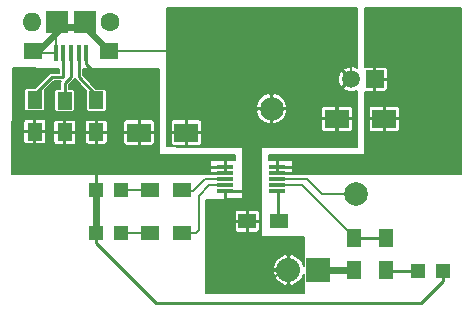
<source format=gtl>
G04 #@! TF.FileFunction,Copper,L1,Top,Signal*
%FSLAX46Y46*%
G04 Gerber Fmt 4.6, Leading zero omitted, Abs format (unit mm)*
G04 Created by KiCad (PCBNEW 0.201503261001+5536~22~ubuntu14.04.1-product) date Mon 30 Mar 2015 17:35:05 CEST*
%MOMM*%
G01*
G04 APERTURE LIST*
%ADD10C,0.100000*%
%ADD11R,2.000000X1.600000*%
%ADD12R,1.198880X1.198880*%
%ADD13R,2.032000X2.032000*%
%ADD14O,2.032000X2.032000*%
%ADD15R,1.500000X1.300000*%
%ADD16R,1.300000X1.500000*%
%ADD17R,1.400000X0.300000*%
%ADD18R,1.500000X1.500000*%
%ADD19C,1.500000*%
%ADD20R,0.400000X1.350000*%
%ADD21R,1.600000X1.400000*%
%ADD22R,1.900000X1.900000*%
%ADD23C,1.600000*%
%ADD24O,1.600000X1.600000*%
%ADD25C,1.998980*%
%ADD26C,0.685800*%
%ADD27C,0.152400*%
%ADD28C,0.254000*%
%ADD29C,0.609600*%
G04 APERTURE END LIST*
D10*
D11*
X98203000Y-69850000D03*
X102203000Y-69850000D03*
X118954300Y-68681600D03*
X114954300Y-68681600D03*
D12*
X123941840Y-81534000D03*
X121843800Y-81534000D03*
X94581980Y-78359000D03*
X96680020Y-78359000D03*
X94581980Y-74676000D03*
X96680020Y-74676000D03*
D13*
X113385600Y-81483200D03*
D14*
X110845600Y-81483200D03*
D15*
X99107000Y-74676000D03*
X101807000Y-74676000D03*
X101807000Y-78359000D03*
X99107000Y-78359000D03*
D16*
X119075200Y-81461600D03*
X119075200Y-78761600D03*
X116382800Y-81461600D03*
X116382800Y-78761600D03*
D15*
X107362000Y-77343000D03*
X110062000Y-77343000D03*
D16*
X89357200Y-67064900D03*
X89357200Y-69764900D03*
X91897200Y-67128400D03*
X91897200Y-69828400D03*
X94589600Y-67115700D03*
X94589600Y-69815700D03*
D17*
X105496000Y-72787000D03*
X105496000Y-73287000D03*
X105496000Y-73787000D03*
X105496000Y-74287000D03*
X105496000Y-74787000D03*
X109896000Y-74787000D03*
X109896000Y-74287000D03*
X109896000Y-73787000D03*
X109896000Y-73287000D03*
X109896000Y-72787000D03*
D18*
X118154200Y-65328800D03*
D19*
X116154200Y-65328800D03*
D20*
X93730600Y-63140100D03*
X91780600Y-63140100D03*
X92430600Y-63140100D03*
X93080600Y-63140100D03*
X91130600Y-63140100D03*
D21*
X95630600Y-62940100D03*
X89230600Y-62940100D03*
D22*
X93630600Y-60490100D03*
X91230600Y-60490100D03*
D23*
X95730600Y-60490100D03*
D24*
X89130600Y-60490100D03*
D25*
X109412498Y-67819998D03*
X116596702Y-75004202D03*
D26*
X112141000Y-64770000D03*
X112141000Y-62738000D03*
X112141000Y-60452000D03*
X103886000Y-67310000D03*
X103886000Y-64770000D03*
X103886000Y-62738000D03*
X112395000Y-67310000D03*
X112268000Y-69723000D03*
X110363000Y-69723000D03*
X104521000Y-69723000D03*
X106553000Y-69723000D03*
X106553000Y-67310000D03*
X101092000Y-67437000D03*
X101092000Y-64770000D03*
X106553000Y-64770000D03*
X109601000Y-64770000D03*
X114173000Y-64770000D03*
X114173000Y-62738000D03*
X109601000Y-62738000D03*
X106553000Y-62738000D03*
X101092000Y-62738000D03*
X101092000Y-60452000D03*
X106553000Y-60452000D03*
X109601000Y-60452000D03*
X114173000Y-60452000D03*
X116205000Y-60452000D03*
X116205000Y-62738000D03*
X111379000Y-79375000D03*
X108839000Y-82931000D03*
X104648000Y-82931000D03*
X104648000Y-81153000D03*
X108839000Y-81153000D03*
X108839000Y-79375000D03*
X106680000Y-79375000D03*
X104648000Y-79375000D03*
X104648000Y-77343000D03*
X105537000Y-76200000D03*
X106680000Y-82931000D03*
X107823000Y-70739000D03*
X107823000Y-72644000D03*
X107823000Y-74803000D03*
X103886000Y-60452000D03*
X114173000Y-70612000D03*
X106680000Y-81153000D03*
X88265000Y-65278000D03*
X97663000Y-65024000D03*
X99187000Y-65024000D03*
X99187000Y-66421000D03*
X97663000Y-66421000D03*
X97663000Y-67691000D03*
X99187000Y-67818000D03*
X94869000Y-65024000D03*
X96266000Y-65024000D03*
X96266000Y-66421000D03*
X96266000Y-67691000D03*
X96266000Y-69850000D03*
X96139000Y-70993000D03*
X99695000Y-72517000D03*
X101473000Y-72517000D03*
X103124000Y-72517000D03*
X89154000Y-72517000D03*
X97663000Y-72517000D03*
X96266000Y-72517000D03*
X94869000Y-72517000D03*
X93345000Y-72517000D03*
X91948000Y-72517000D03*
X90551000Y-72517000D03*
X88011000Y-71882000D03*
X124587000Y-71628000D03*
X122428000Y-71628000D03*
X120142000Y-71628000D03*
X118110000Y-71628000D03*
X116205000Y-72644000D03*
X114173000Y-72644000D03*
X112522000Y-72644000D03*
X124587000Y-69723000D03*
X122428000Y-69723000D03*
X122428000Y-67310000D03*
X124587000Y-67310000D03*
X124587000Y-64770000D03*
X122428000Y-64770000D03*
X120142000Y-64770000D03*
X120142000Y-62738000D03*
X122428000Y-62738000D03*
X124587000Y-62738000D03*
X124587000Y-60452000D03*
X122428000Y-60452000D03*
X120142000Y-60452000D03*
X118110000Y-60452000D03*
X118110000Y-62738000D03*
X119126000Y-72898000D03*
X121285000Y-72898000D03*
X123571000Y-73025000D03*
D27*
X112141000Y-60452000D02*
X112141000Y-60325000D01*
X110363000Y-69723000D02*
X112268000Y-69723000D01*
X116154200Y-65328800D02*
X116154200Y-62788800D01*
X106553000Y-67310000D02*
X106553000Y-69723000D01*
X101092000Y-64770000D02*
X101092000Y-67437000D01*
X109601000Y-64770000D02*
X106553000Y-64770000D01*
X114173000Y-62738000D02*
X114173000Y-64770000D01*
X106553000Y-62738000D02*
X109601000Y-62738000D01*
X101092000Y-61722000D02*
X101092000Y-62738000D01*
X101092000Y-60452000D02*
X101092000Y-61722000D01*
X109601000Y-60452000D02*
X106553000Y-60452000D01*
X116078000Y-60325000D02*
X114173000Y-60452000D01*
X116205000Y-60452000D02*
X116078000Y-60325000D01*
X116154200Y-62788800D02*
X116205000Y-62738000D01*
X95630600Y-62940100D02*
X102818100Y-62940100D01*
D28*
X105496000Y-74787000D02*
X107349800Y-74787000D01*
X107349800Y-74787000D02*
X107378500Y-74815700D01*
X105496000Y-74787000D02*
X105496000Y-75955800D01*
X105496000Y-75955800D02*
X105549700Y-76009500D01*
D29*
X89634200Y-62940100D02*
X89230600Y-62940100D01*
X91122500Y-61451800D02*
X89634200Y-62940100D01*
X91657400Y-60916900D02*
X91122500Y-61451800D01*
X93630600Y-60916900D02*
X91657400Y-60916900D01*
X95642200Y-62928500D02*
X93630600Y-60916900D01*
D27*
X91122500Y-61709300D02*
X91122500Y-61451800D01*
X91122500Y-61451800D02*
X91122500Y-61709300D01*
X91130600Y-61443700D02*
X91122500Y-61451800D01*
X91130600Y-63140100D02*
X91130600Y-61443700D01*
X89430600Y-63140100D02*
X89230600Y-62940100D01*
X91130600Y-63140100D02*
X89430600Y-63140100D01*
X110845600Y-81483200D02*
X110286800Y-81483200D01*
X108839000Y-82931000D02*
X110286800Y-81483200D01*
X104648000Y-82931000D02*
X104521000Y-82804000D01*
X104521000Y-82804000D02*
X104648000Y-81153000D01*
X108839000Y-81153000D02*
X108839000Y-79375000D01*
X104648000Y-79375000D02*
X104648000Y-77343000D01*
X108839000Y-79375000D02*
X106680000Y-79375000D01*
X106807000Y-69723000D02*
X107823000Y-70739000D01*
X107823000Y-72644000D02*
X107823000Y-74803000D01*
X106553000Y-69723000D02*
X106807000Y-69723000D01*
X113284000Y-69723000D02*
X114173000Y-70612000D01*
X112268000Y-69723000D02*
X113284000Y-69723000D01*
X119147600Y-81534000D02*
X119075200Y-81461600D01*
D28*
X121843800Y-81534000D02*
X119147600Y-81534000D01*
D27*
X96680020Y-78359000D02*
X99107000Y-78359000D01*
X96680020Y-74676000D02*
X99107000Y-74676000D01*
D29*
X116361200Y-81483200D02*
X116382800Y-81461600D01*
X113385600Y-81483200D02*
X116361200Y-81483200D01*
D27*
X102743000Y-74803000D02*
X103759000Y-73787000D01*
X103759000Y-73787000D02*
X105496000Y-73787000D01*
X101807000Y-74676000D02*
X102743000Y-74803000D01*
X101807000Y-78359000D02*
X101981000Y-78359000D01*
X102997000Y-78359000D02*
X103251000Y-78105000D01*
X103251000Y-78105000D02*
X103251000Y-75184000D01*
X103251000Y-75184000D02*
X104148000Y-74287000D01*
X104148000Y-74287000D02*
X105496000Y-74287000D01*
X101807000Y-78359000D02*
X102997000Y-78359000D01*
D28*
X119075200Y-78761600D02*
X116382800Y-78761600D01*
D27*
X110748400Y-74287000D02*
X109896000Y-74287000D01*
X112008200Y-74287000D02*
X110748400Y-74287000D01*
X116382800Y-78661600D02*
X112008200Y-74287000D01*
X116382800Y-78761600D02*
X116382800Y-78661600D01*
D28*
X109956600Y-77110600D02*
X109956600Y-74847600D01*
X109956600Y-74847600D02*
X109896000Y-74787000D01*
D27*
X88011000Y-65278000D02*
X88265000Y-65278000D01*
X88011000Y-71882000D02*
X88011000Y-65278000D01*
X99187000Y-65024000D02*
X99187000Y-66421000D01*
X97663000Y-66421000D02*
X97663000Y-67691000D01*
X96266000Y-65024000D02*
X97663000Y-65024000D01*
X96266000Y-65024000D02*
X94869000Y-65024000D01*
X96266000Y-67691000D02*
X96266000Y-66421000D01*
X96266000Y-70866000D02*
X96266000Y-69850000D01*
X96139000Y-70993000D02*
X96266000Y-70866000D01*
D28*
X104029000Y-72787000D02*
X104013000Y-72771000D01*
X105496000Y-72787000D02*
X104029000Y-72787000D01*
X103894000Y-73287000D02*
X103886000Y-73279000D01*
X105496000Y-73287000D02*
X103894000Y-73287000D01*
X105496000Y-72050000D02*
X105537000Y-72009000D01*
X105496000Y-73287000D02*
X105496000Y-72050000D01*
D29*
X94488000Y-74582020D02*
X94581980Y-74676000D01*
X94581980Y-78359000D02*
X94581980Y-74676000D01*
D28*
X99646740Y-84277200D02*
X94581980Y-79212440D01*
X122052080Y-84277200D02*
X99646740Y-84277200D01*
X94581980Y-79212440D02*
X94581980Y-78359000D01*
X123941840Y-82387440D02*
X122052080Y-84277200D01*
X123941840Y-81534000D02*
X123941840Y-82387440D01*
X93730600Y-64069100D02*
X94234000Y-64572500D01*
X93730600Y-63140100D02*
X93730600Y-64069100D01*
X94581980Y-74676000D02*
X94581980Y-72814180D01*
D27*
X99695000Y-72517000D02*
X101473000Y-72517000D01*
X89357200Y-69764900D02*
X89230200Y-72440800D01*
X89230200Y-72440800D02*
X89154000Y-72517000D01*
X96266000Y-72517000D02*
X97663000Y-72517000D01*
X93472000Y-72390000D02*
X94869000Y-72517000D01*
X93345000Y-72517000D02*
X93472000Y-72390000D01*
X90551000Y-72517000D02*
X91948000Y-72517000D01*
D28*
X109896000Y-73287000D02*
X111612300Y-73287000D01*
X111612300Y-73287000D02*
X111645700Y-73253600D01*
X109896000Y-72787000D02*
X111617000Y-72787000D01*
X111617000Y-72787000D02*
X111645700Y-72758300D01*
X109896000Y-73287000D02*
X109896000Y-72787000D01*
X109896000Y-72787000D02*
X109905800Y-72777200D01*
X109905800Y-72777200D02*
X109905800Y-72059800D01*
D27*
X124587000Y-71628000D02*
X122428000Y-71628000D01*
X120142000Y-71628000D02*
X118110000Y-71628000D01*
X116205000Y-72644000D02*
X114173000Y-72644000D01*
X118154200Y-65328800D02*
X118154200Y-62782200D01*
X122428000Y-69723000D02*
X124587000Y-69723000D01*
X124587000Y-67310000D02*
X122428000Y-67310000D01*
X122428000Y-64770000D02*
X124587000Y-64770000D01*
X120142000Y-62738000D02*
X120142000Y-64770000D01*
X124587000Y-62738000D02*
X122428000Y-62738000D01*
X122428000Y-60452000D02*
X124587000Y-60452000D01*
X118110000Y-60452000D02*
X120142000Y-60452000D01*
X118154200Y-62782200D02*
X118110000Y-62738000D01*
X118110000Y-71882000D02*
X119126000Y-72898000D01*
X121285000Y-72898000D02*
X121412000Y-73025000D01*
X121412000Y-73025000D02*
X123571000Y-73025000D01*
X118110000Y-71628000D02*
X118110000Y-71882000D01*
X116596702Y-75004202D02*
X113663002Y-75004202D01*
X112445800Y-73787000D02*
X109896000Y-73787000D01*
X113663002Y-75004202D02*
X112445800Y-73787000D01*
D28*
X91780600Y-65102500D02*
X91780600Y-63140100D01*
X91757500Y-65125600D02*
X91780600Y-65102500D01*
X90817700Y-65125600D02*
X91757500Y-65125600D01*
X89357200Y-66586100D02*
X90817700Y-65125600D01*
X89357200Y-67064900D02*
X89357200Y-66586100D01*
X91897200Y-65646300D02*
X92430600Y-65112900D01*
X92430600Y-65112900D02*
X92430600Y-63140100D01*
X91897200Y-67128400D02*
X91897200Y-65646300D01*
X93080600Y-65140600D02*
X93080600Y-63140100D01*
X94589600Y-66649600D02*
X93080600Y-65140600D01*
X94589600Y-67115700D02*
X94589600Y-66649600D01*
D27*
G36*
X106349800Y-72186800D02*
X104190800Y-72186800D01*
X104190800Y-73329743D01*
X99533200Y-73326241D01*
X99533200Y-70715681D01*
X99533200Y-70584319D01*
X99533200Y-69983350D01*
X99533200Y-69716650D01*
X99533200Y-69115681D01*
X99533200Y-68984319D01*
X99482930Y-68862957D01*
X99390043Y-68770070D01*
X99268681Y-68719800D01*
X98336350Y-68719800D01*
X98253800Y-68802350D01*
X98253800Y-69799200D01*
X99450650Y-69799200D01*
X99533200Y-69716650D01*
X99533200Y-69983350D01*
X99450650Y-69900800D01*
X98253800Y-69900800D01*
X98253800Y-70897650D01*
X98336350Y-70980200D01*
X99268681Y-70980200D01*
X99390043Y-70929930D01*
X99482930Y-70837043D01*
X99533200Y-70715681D01*
X99533200Y-73326241D01*
X98152200Y-73325202D01*
X98152200Y-70897650D01*
X98152200Y-69900800D01*
X98152200Y-69799200D01*
X98152200Y-68802350D01*
X98069650Y-68719800D01*
X97137319Y-68719800D01*
X97015957Y-68770070D01*
X96923070Y-68862957D01*
X96872800Y-68984319D01*
X96872800Y-69115681D01*
X96872800Y-69716650D01*
X96955350Y-69799200D01*
X98152200Y-69799200D01*
X98152200Y-69900800D01*
X96955350Y-69900800D01*
X96872800Y-69983350D01*
X96872800Y-70584319D01*
X96872800Y-70715681D01*
X96923070Y-70837043D01*
X97015957Y-70929930D01*
X97137319Y-70980200D01*
X98069650Y-70980200D01*
X98152200Y-70897650D01*
X98152200Y-73325202D01*
X95569800Y-73323261D01*
X95569800Y-70631381D01*
X95569800Y-69949050D01*
X95569800Y-69682350D01*
X95569800Y-69000019D01*
X95519530Y-68878657D01*
X95426643Y-68785770D01*
X95305281Y-68735500D01*
X95173919Y-68735500D01*
X94722950Y-68735500D01*
X94640400Y-68818050D01*
X94640400Y-69764900D01*
X95487250Y-69764900D01*
X95569800Y-69682350D01*
X95569800Y-69949050D01*
X95487250Y-69866500D01*
X94640400Y-69866500D01*
X94640400Y-70813350D01*
X94722950Y-70895900D01*
X95173919Y-70895900D01*
X95305281Y-70895900D01*
X95426643Y-70845630D01*
X95519530Y-70752743D01*
X95569800Y-70631381D01*
X95569800Y-73323261D01*
X94538800Y-73322485D01*
X94538800Y-70813350D01*
X94538800Y-69866500D01*
X94538800Y-69764900D01*
X94538800Y-68818050D01*
X94456250Y-68735500D01*
X94005281Y-68735500D01*
X93873919Y-68735500D01*
X93752557Y-68785770D01*
X93659670Y-68878657D01*
X93609400Y-69000019D01*
X93609400Y-69682350D01*
X93691950Y-69764900D01*
X94538800Y-69764900D01*
X94538800Y-69866500D01*
X93691950Y-69866500D01*
X93609400Y-69949050D01*
X93609400Y-70631381D01*
X93659670Y-70752743D01*
X93752557Y-70845630D01*
X93873919Y-70895900D01*
X94005281Y-70895900D01*
X94456250Y-70895900D01*
X94538800Y-70813350D01*
X94538800Y-73322485D01*
X92877400Y-73321236D01*
X92877400Y-70644081D01*
X92877400Y-69961750D01*
X92877400Y-69695050D01*
X92877400Y-69012719D01*
X92827130Y-68891357D01*
X92734243Y-68798470D01*
X92612881Y-68748200D01*
X92481519Y-68748200D01*
X92030550Y-68748200D01*
X91948000Y-68830750D01*
X91948000Y-69777600D01*
X92794850Y-69777600D01*
X92877400Y-69695050D01*
X92877400Y-69961750D01*
X92794850Y-69879200D01*
X91948000Y-69879200D01*
X91948000Y-70826050D01*
X92030550Y-70908600D01*
X92481519Y-70908600D01*
X92612881Y-70908600D01*
X92734243Y-70858330D01*
X92827130Y-70765443D01*
X92877400Y-70644081D01*
X92877400Y-73321236D01*
X91846400Y-73320461D01*
X91846400Y-70826050D01*
X91846400Y-69879200D01*
X91846400Y-69777600D01*
X91846400Y-68830750D01*
X91763850Y-68748200D01*
X91312881Y-68748200D01*
X91181519Y-68748200D01*
X91060157Y-68798470D01*
X90967270Y-68891357D01*
X90917000Y-69012719D01*
X90917000Y-69695050D01*
X90999550Y-69777600D01*
X91846400Y-69777600D01*
X91846400Y-69879200D01*
X90999550Y-69879200D01*
X90917000Y-69961750D01*
X90917000Y-70644081D01*
X90967270Y-70765443D01*
X91060157Y-70858330D01*
X91181519Y-70908600D01*
X91312881Y-70908600D01*
X91763850Y-70908600D01*
X91846400Y-70826050D01*
X91846400Y-73320461D01*
X90337400Y-73319326D01*
X90337400Y-70580581D01*
X90337400Y-69898250D01*
X90337400Y-69631550D01*
X90337400Y-68949219D01*
X90287130Y-68827857D01*
X90194243Y-68734970D01*
X90072881Y-68684700D01*
X89941519Y-68684700D01*
X89490550Y-68684700D01*
X89408000Y-68767250D01*
X89408000Y-69714100D01*
X90254850Y-69714100D01*
X90337400Y-69631550D01*
X90337400Y-69898250D01*
X90254850Y-69815700D01*
X89408000Y-69815700D01*
X89408000Y-70762550D01*
X89490550Y-70845100D01*
X89941519Y-70845100D01*
X90072881Y-70845100D01*
X90194243Y-70794830D01*
X90287130Y-70701943D01*
X90337400Y-70580581D01*
X90337400Y-73319326D01*
X89306400Y-73318551D01*
X89306400Y-70762550D01*
X89306400Y-69815700D01*
X89306400Y-69714100D01*
X89306400Y-68767250D01*
X89223850Y-68684700D01*
X88772881Y-68684700D01*
X88641519Y-68684700D01*
X88520157Y-68734970D01*
X88427270Y-68827857D01*
X88377000Y-68949219D01*
X88377000Y-69631550D01*
X88459550Y-69714100D01*
X89306400Y-69714100D01*
X89306400Y-69815700D01*
X88459550Y-69815700D01*
X88377000Y-69898250D01*
X88377000Y-70580581D01*
X88427270Y-70701943D01*
X88520157Y-70794830D01*
X88641519Y-70845100D01*
X88772881Y-70845100D01*
X89223850Y-70845100D01*
X89306400Y-70762550D01*
X89306400Y-73318551D01*
X87452628Y-73317158D01*
X87502573Y-64414554D01*
X91425000Y-64422526D01*
X91425000Y-64770000D01*
X90817700Y-64770000D01*
X90681617Y-64797068D01*
X90566253Y-64874153D01*
X89358585Y-66081821D01*
X88707200Y-66081821D01*
X88620036Y-66098733D01*
X88543426Y-66149058D01*
X88492144Y-66225029D01*
X88474121Y-66314900D01*
X88474121Y-67814900D01*
X88491033Y-67902064D01*
X88541358Y-67978674D01*
X88617329Y-68029956D01*
X88707200Y-68047979D01*
X90007200Y-68047979D01*
X90094364Y-68031067D01*
X90170974Y-67980742D01*
X90222256Y-67904771D01*
X90240279Y-67814900D01*
X90240279Y-66314900D01*
X90223367Y-66227736D01*
X90221420Y-66224773D01*
X90964994Y-65481200D01*
X91588056Y-65481200D01*
X91568668Y-65510217D01*
X91541600Y-65646300D01*
X91541600Y-66145321D01*
X91247200Y-66145321D01*
X91160036Y-66162233D01*
X91083426Y-66212558D01*
X91032144Y-66288529D01*
X91014121Y-66378400D01*
X91014121Y-67878400D01*
X91031033Y-67965564D01*
X91081358Y-68042174D01*
X91157329Y-68093456D01*
X91247200Y-68111479D01*
X92547200Y-68111479D01*
X92634364Y-68094567D01*
X92710974Y-68044242D01*
X92762256Y-67968271D01*
X92780279Y-67878400D01*
X92780279Y-66378400D01*
X92763367Y-66291236D01*
X92713042Y-66214626D01*
X92637071Y-66163344D01*
X92547200Y-66145321D01*
X92252800Y-66145321D01*
X92252800Y-65793594D01*
X92682047Y-65364347D01*
X92682048Y-65364347D01*
X92749442Y-65263483D01*
X92752068Y-65276683D01*
X92829153Y-65392047D01*
X93722604Y-66285498D01*
X93706521Y-66365700D01*
X93706521Y-67865700D01*
X93723433Y-67952864D01*
X93773758Y-68029474D01*
X93849729Y-68080756D01*
X93939600Y-68098779D01*
X95239600Y-68098779D01*
X95326764Y-68081867D01*
X95403374Y-68031542D01*
X95454656Y-67955571D01*
X95472679Y-67865700D01*
X95472679Y-66365700D01*
X95455767Y-66278536D01*
X95405442Y-66201926D01*
X95329471Y-66150644D01*
X95239600Y-66132621D01*
X94575515Y-66132621D01*
X93436200Y-64993306D01*
X93436200Y-64426614D01*
X99847665Y-64439646D01*
X99873066Y-71704200D01*
X106349800Y-71704200D01*
X106349800Y-72186800D01*
X106349800Y-72186800D01*
G37*
X106349800Y-72186800D02*
X104190800Y-72186800D01*
X104190800Y-73329743D01*
X99533200Y-73326241D01*
X99533200Y-70715681D01*
X99533200Y-70584319D01*
X99533200Y-69983350D01*
X99533200Y-69716650D01*
X99533200Y-69115681D01*
X99533200Y-68984319D01*
X99482930Y-68862957D01*
X99390043Y-68770070D01*
X99268681Y-68719800D01*
X98336350Y-68719800D01*
X98253800Y-68802350D01*
X98253800Y-69799200D01*
X99450650Y-69799200D01*
X99533200Y-69716650D01*
X99533200Y-69983350D01*
X99450650Y-69900800D01*
X98253800Y-69900800D01*
X98253800Y-70897650D01*
X98336350Y-70980200D01*
X99268681Y-70980200D01*
X99390043Y-70929930D01*
X99482930Y-70837043D01*
X99533200Y-70715681D01*
X99533200Y-73326241D01*
X98152200Y-73325202D01*
X98152200Y-70897650D01*
X98152200Y-69900800D01*
X98152200Y-69799200D01*
X98152200Y-68802350D01*
X98069650Y-68719800D01*
X97137319Y-68719800D01*
X97015957Y-68770070D01*
X96923070Y-68862957D01*
X96872800Y-68984319D01*
X96872800Y-69115681D01*
X96872800Y-69716650D01*
X96955350Y-69799200D01*
X98152200Y-69799200D01*
X98152200Y-69900800D01*
X96955350Y-69900800D01*
X96872800Y-69983350D01*
X96872800Y-70584319D01*
X96872800Y-70715681D01*
X96923070Y-70837043D01*
X97015957Y-70929930D01*
X97137319Y-70980200D01*
X98069650Y-70980200D01*
X98152200Y-70897650D01*
X98152200Y-73325202D01*
X95569800Y-73323261D01*
X95569800Y-70631381D01*
X95569800Y-69949050D01*
X95569800Y-69682350D01*
X95569800Y-69000019D01*
X95519530Y-68878657D01*
X95426643Y-68785770D01*
X95305281Y-68735500D01*
X95173919Y-68735500D01*
X94722950Y-68735500D01*
X94640400Y-68818050D01*
X94640400Y-69764900D01*
X95487250Y-69764900D01*
X95569800Y-69682350D01*
X95569800Y-69949050D01*
X95487250Y-69866500D01*
X94640400Y-69866500D01*
X94640400Y-70813350D01*
X94722950Y-70895900D01*
X95173919Y-70895900D01*
X95305281Y-70895900D01*
X95426643Y-70845630D01*
X95519530Y-70752743D01*
X95569800Y-70631381D01*
X95569800Y-73323261D01*
X94538800Y-73322485D01*
X94538800Y-70813350D01*
X94538800Y-69866500D01*
X94538800Y-69764900D01*
X94538800Y-68818050D01*
X94456250Y-68735500D01*
X94005281Y-68735500D01*
X93873919Y-68735500D01*
X93752557Y-68785770D01*
X93659670Y-68878657D01*
X93609400Y-69000019D01*
X93609400Y-69682350D01*
X93691950Y-69764900D01*
X94538800Y-69764900D01*
X94538800Y-69866500D01*
X93691950Y-69866500D01*
X93609400Y-69949050D01*
X93609400Y-70631381D01*
X93659670Y-70752743D01*
X93752557Y-70845630D01*
X93873919Y-70895900D01*
X94005281Y-70895900D01*
X94456250Y-70895900D01*
X94538800Y-70813350D01*
X94538800Y-73322485D01*
X92877400Y-73321236D01*
X92877400Y-70644081D01*
X92877400Y-69961750D01*
X92877400Y-69695050D01*
X92877400Y-69012719D01*
X92827130Y-68891357D01*
X92734243Y-68798470D01*
X92612881Y-68748200D01*
X92481519Y-68748200D01*
X92030550Y-68748200D01*
X91948000Y-68830750D01*
X91948000Y-69777600D01*
X92794850Y-69777600D01*
X92877400Y-69695050D01*
X92877400Y-69961750D01*
X92794850Y-69879200D01*
X91948000Y-69879200D01*
X91948000Y-70826050D01*
X92030550Y-70908600D01*
X92481519Y-70908600D01*
X92612881Y-70908600D01*
X92734243Y-70858330D01*
X92827130Y-70765443D01*
X92877400Y-70644081D01*
X92877400Y-73321236D01*
X91846400Y-73320461D01*
X91846400Y-70826050D01*
X91846400Y-69879200D01*
X91846400Y-69777600D01*
X91846400Y-68830750D01*
X91763850Y-68748200D01*
X91312881Y-68748200D01*
X91181519Y-68748200D01*
X91060157Y-68798470D01*
X90967270Y-68891357D01*
X90917000Y-69012719D01*
X90917000Y-69695050D01*
X90999550Y-69777600D01*
X91846400Y-69777600D01*
X91846400Y-69879200D01*
X90999550Y-69879200D01*
X90917000Y-69961750D01*
X90917000Y-70644081D01*
X90967270Y-70765443D01*
X91060157Y-70858330D01*
X91181519Y-70908600D01*
X91312881Y-70908600D01*
X91763850Y-70908600D01*
X91846400Y-70826050D01*
X91846400Y-73320461D01*
X90337400Y-73319326D01*
X90337400Y-70580581D01*
X90337400Y-69898250D01*
X90337400Y-69631550D01*
X90337400Y-68949219D01*
X90287130Y-68827857D01*
X90194243Y-68734970D01*
X90072881Y-68684700D01*
X89941519Y-68684700D01*
X89490550Y-68684700D01*
X89408000Y-68767250D01*
X89408000Y-69714100D01*
X90254850Y-69714100D01*
X90337400Y-69631550D01*
X90337400Y-69898250D01*
X90254850Y-69815700D01*
X89408000Y-69815700D01*
X89408000Y-70762550D01*
X89490550Y-70845100D01*
X89941519Y-70845100D01*
X90072881Y-70845100D01*
X90194243Y-70794830D01*
X90287130Y-70701943D01*
X90337400Y-70580581D01*
X90337400Y-73319326D01*
X89306400Y-73318551D01*
X89306400Y-70762550D01*
X89306400Y-69815700D01*
X89306400Y-69714100D01*
X89306400Y-68767250D01*
X89223850Y-68684700D01*
X88772881Y-68684700D01*
X88641519Y-68684700D01*
X88520157Y-68734970D01*
X88427270Y-68827857D01*
X88377000Y-68949219D01*
X88377000Y-69631550D01*
X88459550Y-69714100D01*
X89306400Y-69714100D01*
X89306400Y-69815700D01*
X88459550Y-69815700D01*
X88377000Y-69898250D01*
X88377000Y-70580581D01*
X88427270Y-70701943D01*
X88520157Y-70794830D01*
X88641519Y-70845100D01*
X88772881Y-70845100D01*
X89223850Y-70845100D01*
X89306400Y-70762550D01*
X89306400Y-73318551D01*
X87452628Y-73317158D01*
X87502573Y-64414554D01*
X91425000Y-64422526D01*
X91425000Y-64770000D01*
X90817700Y-64770000D01*
X90681617Y-64797068D01*
X90566253Y-64874153D01*
X89358585Y-66081821D01*
X88707200Y-66081821D01*
X88620036Y-66098733D01*
X88543426Y-66149058D01*
X88492144Y-66225029D01*
X88474121Y-66314900D01*
X88474121Y-67814900D01*
X88491033Y-67902064D01*
X88541358Y-67978674D01*
X88617329Y-68029956D01*
X88707200Y-68047979D01*
X90007200Y-68047979D01*
X90094364Y-68031067D01*
X90170974Y-67980742D01*
X90222256Y-67904771D01*
X90240279Y-67814900D01*
X90240279Y-66314900D01*
X90223367Y-66227736D01*
X90221420Y-66224773D01*
X90964994Y-65481200D01*
X91588056Y-65481200D01*
X91568668Y-65510217D01*
X91541600Y-65646300D01*
X91541600Y-66145321D01*
X91247200Y-66145321D01*
X91160036Y-66162233D01*
X91083426Y-66212558D01*
X91032144Y-66288529D01*
X91014121Y-66378400D01*
X91014121Y-67878400D01*
X91031033Y-67965564D01*
X91081358Y-68042174D01*
X91157329Y-68093456D01*
X91247200Y-68111479D01*
X92547200Y-68111479D01*
X92634364Y-68094567D01*
X92710974Y-68044242D01*
X92762256Y-67968271D01*
X92780279Y-67878400D01*
X92780279Y-66378400D01*
X92763367Y-66291236D01*
X92713042Y-66214626D01*
X92637071Y-66163344D01*
X92547200Y-66145321D01*
X92252800Y-66145321D01*
X92252800Y-65793594D01*
X92682047Y-65364347D01*
X92682048Y-65364347D01*
X92749442Y-65263483D01*
X92752068Y-65276683D01*
X92829153Y-65392047D01*
X93722604Y-66285498D01*
X93706521Y-66365700D01*
X93706521Y-67865700D01*
X93723433Y-67952864D01*
X93773758Y-68029474D01*
X93849729Y-68080756D01*
X93939600Y-68098779D01*
X95239600Y-68098779D01*
X95326764Y-68081867D01*
X95403374Y-68031542D01*
X95454656Y-67955571D01*
X95472679Y-67865700D01*
X95472679Y-66365700D01*
X95455767Y-66278536D01*
X95405442Y-66201926D01*
X95329471Y-66150644D01*
X95239600Y-66132621D01*
X94575515Y-66132621D01*
X93436200Y-64993306D01*
X93436200Y-64426614D01*
X99847665Y-64439646D01*
X99873066Y-71704200D01*
X106349800Y-71704200D01*
X106349800Y-72186800D01*
G36*
X125451400Y-73380466D02*
X120284500Y-73375925D01*
X120284500Y-69547281D01*
X120284500Y-69415919D01*
X120284500Y-68814950D01*
X120284500Y-68548250D01*
X120284500Y-67947281D01*
X120284500Y-67815919D01*
X120234230Y-67694557D01*
X120141343Y-67601670D01*
X120019981Y-67551400D01*
X119234400Y-67551400D01*
X119234400Y-66144481D01*
X119234400Y-65462150D01*
X119234400Y-65195450D01*
X119234400Y-64513119D01*
X119184130Y-64391757D01*
X119091243Y-64298870D01*
X118969881Y-64248600D01*
X118838519Y-64248600D01*
X118287550Y-64248600D01*
X118205000Y-64331150D01*
X118205000Y-65278000D01*
X119151850Y-65278000D01*
X119234400Y-65195450D01*
X119234400Y-65462150D01*
X119151850Y-65379600D01*
X118205000Y-65379600D01*
X118205000Y-66326450D01*
X118287550Y-66409000D01*
X118838519Y-66409000D01*
X118969881Y-66409000D01*
X119091243Y-66358730D01*
X119184130Y-66265843D01*
X119234400Y-66144481D01*
X119234400Y-67551400D01*
X119087650Y-67551400D01*
X119005100Y-67633950D01*
X119005100Y-68630800D01*
X120201950Y-68630800D01*
X120284500Y-68548250D01*
X120284500Y-68814950D01*
X120201950Y-68732400D01*
X119005100Y-68732400D01*
X119005100Y-69729250D01*
X119087650Y-69811800D01*
X120019981Y-69811800D01*
X120141343Y-69761530D01*
X120234230Y-69668643D01*
X120284500Y-69547281D01*
X120284500Y-73375925D01*
X118903500Y-73374712D01*
X118903500Y-69729250D01*
X118903500Y-68732400D01*
X118903500Y-68630800D01*
X118903500Y-67633950D01*
X118820950Y-67551400D01*
X117888619Y-67551400D01*
X117767257Y-67601670D01*
X117674370Y-67694557D01*
X117624100Y-67815919D01*
X117624100Y-67947281D01*
X117624100Y-68548250D01*
X117706650Y-68630800D01*
X118903500Y-68630800D01*
X118903500Y-68732400D01*
X117706650Y-68732400D01*
X117624100Y-68814950D01*
X117624100Y-69415919D01*
X117624100Y-69547281D01*
X117674370Y-69668643D01*
X117767257Y-69761530D01*
X117888619Y-69811800D01*
X118820950Y-69811800D01*
X118903500Y-69729250D01*
X118903500Y-73374712D01*
X111226600Y-73367967D01*
X111226600Y-72184498D01*
X109194600Y-72186717D01*
X109194600Y-71704200D01*
X117296893Y-71704200D01*
X117318278Y-66400616D01*
X117338519Y-66409000D01*
X117469881Y-66409000D01*
X118020850Y-66409000D01*
X118103400Y-66326450D01*
X118103400Y-65379600D01*
X118083400Y-65379600D01*
X118083400Y-65278000D01*
X118103400Y-65278000D01*
X118103400Y-64331150D01*
X118020850Y-64248600D01*
X117469881Y-64248600D01*
X117338519Y-64248600D01*
X117326936Y-64253397D01*
X117346775Y-59333600D01*
X125451400Y-59333600D01*
X125451400Y-73380466D01*
X125451400Y-73380466D01*
G37*
X125451400Y-73380466D02*
X120284500Y-73375925D01*
X120284500Y-69547281D01*
X120284500Y-69415919D01*
X120284500Y-68814950D01*
X120284500Y-68548250D01*
X120284500Y-67947281D01*
X120284500Y-67815919D01*
X120234230Y-67694557D01*
X120141343Y-67601670D01*
X120019981Y-67551400D01*
X119234400Y-67551400D01*
X119234400Y-66144481D01*
X119234400Y-65462150D01*
X119234400Y-65195450D01*
X119234400Y-64513119D01*
X119184130Y-64391757D01*
X119091243Y-64298870D01*
X118969881Y-64248600D01*
X118838519Y-64248600D01*
X118287550Y-64248600D01*
X118205000Y-64331150D01*
X118205000Y-65278000D01*
X119151850Y-65278000D01*
X119234400Y-65195450D01*
X119234400Y-65462150D01*
X119151850Y-65379600D01*
X118205000Y-65379600D01*
X118205000Y-66326450D01*
X118287550Y-66409000D01*
X118838519Y-66409000D01*
X118969881Y-66409000D01*
X119091243Y-66358730D01*
X119184130Y-66265843D01*
X119234400Y-66144481D01*
X119234400Y-67551400D01*
X119087650Y-67551400D01*
X119005100Y-67633950D01*
X119005100Y-68630800D01*
X120201950Y-68630800D01*
X120284500Y-68548250D01*
X120284500Y-68814950D01*
X120201950Y-68732400D01*
X119005100Y-68732400D01*
X119005100Y-69729250D01*
X119087650Y-69811800D01*
X120019981Y-69811800D01*
X120141343Y-69761530D01*
X120234230Y-69668643D01*
X120284500Y-69547281D01*
X120284500Y-73375925D01*
X118903500Y-73374712D01*
X118903500Y-69729250D01*
X118903500Y-68732400D01*
X118903500Y-68630800D01*
X118903500Y-67633950D01*
X118820950Y-67551400D01*
X117888619Y-67551400D01*
X117767257Y-67601670D01*
X117674370Y-67694557D01*
X117624100Y-67815919D01*
X117624100Y-67947281D01*
X117624100Y-68548250D01*
X117706650Y-68630800D01*
X118903500Y-68630800D01*
X118903500Y-68732400D01*
X117706650Y-68732400D01*
X117624100Y-68814950D01*
X117624100Y-69415919D01*
X117624100Y-69547281D01*
X117674370Y-69668643D01*
X117767257Y-69761530D01*
X117888619Y-69811800D01*
X118820950Y-69811800D01*
X118903500Y-69729250D01*
X118903500Y-73374712D01*
X111226600Y-73367967D01*
X111226600Y-72184498D01*
X109194600Y-72186717D01*
X109194600Y-71704200D01*
X117296893Y-71704200D01*
X117318278Y-66400616D01*
X117338519Y-66409000D01*
X117469881Y-66409000D01*
X118020850Y-66409000D01*
X118103400Y-66326450D01*
X118103400Y-65379600D01*
X118083400Y-65379600D01*
X118083400Y-65278000D01*
X118103400Y-65278000D01*
X118103400Y-64331150D01*
X118020850Y-64248600D01*
X117469881Y-64248600D01*
X117338519Y-64248600D01*
X117326936Y-64253397D01*
X117346775Y-59333600D01*
X125451400Y-59333600D01*
X125451400Y-73380466D01*
G36*
X116636800Y-71031219D02*
X116284500Y-71031771D01*
X116284500Y-69547281D01*
X116284500Y-69415919D01*
X116284500Y-68814950D01*
X116284500Y-68548250D01*
X116284500Y-67947281D01*
X116284500Y-67815919D01*
X116234230Y-67694557D01*
X116141343Y-67601670D01*
X116019981Y-67551400D01*
X115087650Y-67551400D01*
X115005100Y-67633950D01*
X115005100Y-68630800D01*
X116201950Y-68630800D01*
X116284500Y-68548250D01*
X116284500Y-68814950D01*
X116201950Y-68732400D01*
X115005100Y-68732400D01*
X115005100Y-69729250D01*
X115087650Y-69811800D01*
X116019981Y-69811800D01*
X116141343Y-69761530D01*
X116234230Y-69668643D01*
X116284500Y-69547281D01*
X116284500Y-71031771D01*
X114903500Y-71033935D01*
X114903500Y-69729250D01*
X114903500Y-68732400D01*
X114903500Y-68630800D01*
X114903500Y-67633950D01*
X114820950Y-67551400D01*
X113888619Y-67551400D01*
X113767257Y-67601670D01*
X113674370Y-67694557D01*
X113624100Y-67815919D01*
X113624100Y-67947281D01*
X113624100Y-68548250D01*
X113706650Y-68630800D01*
X114903500Y-68630800D01*
X114903500Y-68732400D01*
X113706650Y-68732400D01*
X113624100Y-68814950D01*
X113624100Y-69415919D01*
X113624100Y-69547281D01*
X113674370Y-69668643D01*
X113767257Y-69761530D01*
X113888619Y-69811800D01*
X114820950Y-69811800D01*
X114903500Y-69729250D01*
X114903500Y-71033935D01*
X110742659Y-71040457D01*
X110742659Y-68082108D01*
X110742659Y-67557888D01*
X110541101Y-67068809D01*
X110167724Y-66694092D01*
X109679370Y-66490784D01*
X109674608Y-66489837D01*
X109463298Y-66547822D01*
X109463298Y-67769198D01*
X110684674Y-67769198D01*
X110742659Y-67557888D01*
X110742659Y-68082108D01*
X110684674Y-67870798D01*
X109463298Y-67870798D01*
X109463298Y-69092174D01*
X109674608Y-69150159D01*
X110163687Y-68948601D01*
X110538404Y-68575224D01*
X110741712Y-68086870D01*
X110742659Y-68082108D01*
X110742659Y-71040457D01*
X109361698Y-71042622D01*
X109361698Y-69092174D01*
X109361698Y-67870798D01*
X109361698Y-67769198D01*
X109361698Y-66547822D01*
X109150388Y-66489837D01*
X108661309Y-66691395D01*
X108286592Y-67064772D01*
X108083284Y-67553126D01*
X108082337Y-67557888D01*
X108140322Y-67769198D01*
X109361698Y-67769198D01*
X109361698Y-67870798D01*
X108140322Y-67870798D01*
X108082337Y-68082108D01*
X108283895Y-68571187D01*
X108657272Y-68945904D01*
X109145626Y-69149212D01*
X109150388Y-69150159D01*
X109361698Y-69092174D01*
X109361698Y-71042622D01*
X108534457Y-71043919D01*
X108508542Y-78714600D01*
X112141398Y-78714600D01*
X112150216Y-80398908D01*
X112136521Y-80467200D01*
X112136521Y-81150291D01*
X111966067Y-80736998D01*
X111595217Y-80365015D01*
X111110245Y-80163266D01*
X111106217Y-80162468D01*
X110896400Y-80220572D01*
X110896400Y-81432400D01*
X110916400Y-81432400D01*
X110916400Y-81534000D01*
X110896400Y-81534000D01*
X110896400Y-82745828D01*
X111106217Y-82803932D01*
X111110245Y-82803134D01*
X111595217Y-82601385D01*
X111966067Y-82229402D01*
X112136521Y-81816108D01*
X112136521Y-82499200D01*
X112153433Y-82586364D01*
X112161735Y-82599002D01*
X112166000Y-83413600D01*
X110794800Y-83413600D01*
X110794800Y-82745828D01*
X110794800Y-81534000D01*
X110794800Y-81432400D01*
X110794800Y-80220572D01*
X110584983Y-80162468D01*
X110580955Y-80163266D01*
X110095983Y-80365015D01*
X109725133Y-80736998D01*
X109524864Y-81222583D01*
X109582905Y-81432400D01*
X110794800Y-81432400D01*
X110794800Y-81534000D01*
X109582905Y-81534000D01*
X109524864Y-81743817D01*
X109725133Y-82229402D01*
X110095983Y-82601385D01*
X110580955Y-82803134D01*
X110584983Y-82803932D01*
X110794800Y-82745828D01*
X110794800Y-83413600D01*
X109778800Y-83413600D01*
X108442200Y-83413600D01*
X108442200Y-78058681D01*
X108442200Y-77927319D01*
X108442200Y-77476350D01*
X108442200Y-77209650D01*
X108442200Y-76758681D01*
X108442200Y-76627319D01*
X108391930Y-76505957D01*
X108299043Y-76413070D01*
X108177681Y-76362800D01*
X107495350Y-76362800D01*
X107412800Y-76445350D01*
X107412800Y-77292200D01*
X108359650Y-77292200D01*
X108442200Y-77209650D01*
X108442200Y-77476350D01*
X108359650Y-77393800D01*
X107412800Y-77393800D01*
X107412800Y-78240650D01*
X107495350Y-78323200D01*
X108177681Y-78323200D01*
X108299043Y-78272930D01*
X108391930Y-78180043D01*
X108442200Y-78058681D01*
X108442200Y-83413600D01*
X107950000Y-83413600D01*
X107311200Y-83413600D01*
X107311200Y-78240650D01*
X107311200Y-77393800D01*
X107311200Y-77292200D01*
X107311200Y-76445350D01*
X107228650Y-76362800D01*
X106546319Y-76362800D01*
X106424957Y-76413070D01*
X106332070Y-76505957D01*
X106281800Y-76627319D01*
X106281800Y-76758681D01*
X106281800Y-77209650D01*
X106364350Y-77292200D01*
X107311200Y-77292200D01*
X107311200Y-77393800D01*
X106364350Y-77393800D01*
X106281800Y-77476350D01*
X106281800Y-77927319D01*
X106281800Y-78058681D01*
X106332070Y-78180043D01*
X106424957Y-78272930D01*
X106546319Y-78323200D01*
X107228650Y-78323200D01*
X107311200Y-78240650D01*
X107311200Y-83413600D01*
X106019600Y-83413600D01*
X103835200Y-83413600D01*
X103835200Y-81686400D01*
X103835200Y-75513593D01*
X107010200Y-75488193D01*
X107010200Y-71043831D01*
X103533200Y-71030337D01*
X103533200Y-70715681D01*
X103533200Y-70584319D01*
X103533200Y-69983350D01*
X103533200Y-69716650D01*
X103533200Y-69115681D01*
X103533200Y-68984319D01*
X103482930Y-68862957D01*
X103390043Y-68770070D01*
X103268681Y-68719800D01*
X102336350Y-68719800D01*
X102253800Y-68802350D01*
X102253800Y-69799200D01*
X103450650Y-69799200D01*
X103533200Y-69716650D01*
X103533200Y-69983350D01*
X103450650Y-69900800D01*
X102253800Y-69900800D01*
X102253800Y-70897650D01*
X102336350Y-70980200D01*
X103268681Y-70980200D01*
X103390043Y-70929930D01*
X103482930Y-70837043D01*
X103533200Y-70715681D01*
X103533200Y-71030337D01*
X102152200Y-71024978D01*
X102152200Y-70897650D01*
X102152200Y-69900800D01*
X102152200Y-69799200D01*
X102152200Y-68802350D01*
X102069650Y-68719800D01*
X101137319Y-68719800D01*
X101015957Y-68770070D01*
X100923070Y-68862957D01*
X100872800Y-68984319D01*
X100872800Y-69115681D01*
X100872800Y-69716650D01*
X100955350Y-69799200D01*
X102152200Y-69799200D01*
X102152200Y-69900800D01*
X100955350Y-69900800D01*
X100872800Y-69983350D01*
X100872800Y-70584319D01*
X100872800Y-70715681D01*
X100923070Y-70837043D01*
X101015957Y-70929930D01*
X101137319Y-70980200D01*
X102069650Y-70980200D01*
X102152200Y-70897650D01*
X102152200Y-71024978D01*
X100533200Y-71018695D01*
X100533200Y-59333600D01*
X116636800Y-59333600D01*
X116636800Y-64358916D01*
X116361638Y-64247149D01*
X115931917Y-64250102D01*
X115548622Y-64408868D01*
X115470608Y-64573366D01*
X116154200Y-65256958D01*
X116168342Y-65242815D01*
X116240184Y-65314657D01*
X116226042Y-65328800D01*
X116240184Y-65342942D01*
X116168342Y-65414784D01*
X116154200Y-65400642D01*
X116082358Y-65472484D01*
X116082358Y-65328800D01*
X115398766Y-64645208D01*
X115234268Y-64723222D01*
X115072549Y-65121362D01*
X115075502Y-65551083D01*
X115234268Y-65934378D01*
X115398766Y-66012392D01*
X116082358Y-65328800D01*
X116082358Y-65472484D01*
X115470608Y-66084234D01*
X115548622Y-66248732D01*
X115946762Y-66410451D01*
X116376483Y-66407498D01*
X116636800Y-66299671D01*
X116636800Y-71031219D01*
X116636800Y-71031219D01*
G37*
X116636800Y-71031219D02*
X116284500Y-71031771D01*
X116284500Y-69547281D01*
X116284500Y-69415919D01*
X116284500Y-68814950D01*
X116284500Y-68548250D01*
X116284500Y-67947281D01*
X116284500Y-67815919D01*
X116234230Y-67694557D01*
X116141343Y-67601670D01*
X116019981Y-67551400D01*
X115087650Y-67551400D01*
X115005100Y-67633950D01*
X115005100Y-68630800D01*
X116201950Y-68630800D01*
X116284500Y-68548250D01*
X116284500Y-68814950D01*
X116201950Y-68732400D01*
X115005100Y-68732400D01*
X115005100Y-69729250D01*
X115087650Y-69811800D01*
X116019981Y-69811800D01*
X116141343Y-69761530D01*
X116234230Y-69668643D01*
X116284500Y-69547281D01*
X116284500Y-71031771D01*
X114903500Y-71033935D01*
X114903500Y-69729250D01*
X114903500Y-68732400D01*
X114903500Y-68630800D01*
X114903500Y-67633950D01*
X114820950Y-67551400D01*
X113888619Y-67551400D01*
X113767257Y-67601670D01*
X113674370Y-67694557D01*
X113624100Y-67815919D01*
X113624100Y-67947281D01*
X113624100Y-68548250D01*
X113706650Y-68630800D01*
X114903500Y-68630800D01*
X114903500Y-68732400D01*
X113706650Y-68732400D01*
X113624100Y-68814950D01*
X113624100Y-69415919D01*
X113624100Y-69547281D01*
X113674370Y-69668643D01*
X113767257Y-69761530D01*
X113888619Y-69811800D01*
X114820950Y-69811800D01*
X114903500Y-69729250D01*
X114903500Y-71033935D01*
X110742659Y-71040457D01*
X110742659Y-68082108D01*
X110742659Y-67557888D01*
X110541101Y-67068809D01*
X110167724Y-66694092D01*
X109679370Y-66490784D01*
X109674608Y-66489837D01*
X109463298Y-66547822D01*
X109463298Y-67769198D01*
X110684674Y-67769198D01*
X110742659Y-67557888D01*
X110742659Y-68082108D01*
X110684674Y-67870798D01*
X109463298Y-67870798D01*
X109463298Y-69092174D01*
X109674608Y-69150159D01*
X110163687Y-68948601D01*
X110538404Y-68575224D01*
X110741712Y-68086870D01*
X110742659Y-68082108D01*
X110742659Y-71040457D01*
X109361698Y-71042622D01*
X109361698Y-69092174D01*
X109361698Y-67870798D01*
X109361698Y-67769198D01*
X109361698Y-66547822D01*
X109150388Y-66489837D01*
X108661309Y-66691395D01*
X108286592Y-67064772D01*
X108083284Y-67553126D01*
X108082337Y-67557888D01*
X108140322Y-67769198D01*
X109361698Y-67769198D01*
X109361698Y-67870798D01*
X108140322Y-67870798D01*
X108082337Y-68082108D01*
X108283895Y-68571187D01*
X108657272Y-68945904D01*
X109145626Y-69149212D01*
X109150388Y-69150159D01*
X109361698Y-69092174D01*
X109361698Y-71042622D01*
X108534457Y-71043919D01*
X108508542Y-78714600D01*
X112141398Y-78714600D01*
X112150216Y-80398908D01*
X112136521Y-80467200D01*
X112136521Y-81150291D01*
X111966067Y-80736998D01*
X111595217Y-80365015D01*
X111110245Y-80163266D01*
X111106217Y-80162468D01*
X110896400Y-80220572D01*
X110896400Y-81432400D01*
X110916400Y-81432400D01*
X110916400Y-81534000D01*
X110896400Y-81534000D01*
X110896400Y-82745828D01*
X111106217Y-82803932D01*
X111110245Y-82803134D01*
X111595217Y-82601385D01*
X111966067Y-82229402D01*
X112136521Y-81816108D01*
X112136521Y-82499200D01*
X112153433Y-82586364D01*
X112161735Y-82599002D01*
X112166000Y-83413600D01*
X110794800Y-83413600D01*
X110794800Y-82745828D01*
X110794800Y-81534000D01*
X110794800Y-81432400D01*
X110794800Y-80220572D01*
X110584983Y-80162468D01*
X110580955Y-80163266D01*
X110095983Y-80365015D01*
X109725133Y-80736998D01*
X109524864Y-81222583D01*
X109582905Y-81432400D01*
X110794800Y-81432400D01*
X110794800Y-81534000D01*
X109582905Y-81534000D01*
X109524864Y-81743817D01*
X109725133Y-82229402D01*
X110095983Y-82601385D01*
X110580955Y-82803134D01*
X110584983Y-82803932D01*
X110794800Y-82745828D01*
X110794800Y-83413600D01*
X109778800Y-83413600D01*
X108442200Y-83413600D01*
X108442200Y-78058681D01*
X108442200Y-77927319D01*
X108442200Y-77476350D01*
X108442200Y-77209650D01*
X108442200Y-76758681D01*
X108442200Y-76627319D01*
X108391930Y-76505957D01*
X108299043Y-76413070D01*
X108177681Y-76362800D01*
X107495350Y-76362800D01*
X107412800Y-76445350D01*
X107412800Y-77292200D01*
X108359650Y-77292200D01*
X108442200Y-77209650D01*
X108442200Y-77476350D01*
X108359650Y-77393800D01*
X107412800Y-77393800D01*
X107412800Y-78240650D01*
X107495350Y-78323200D01*
X108177681Y-78323200D01*
X108299043Y-78272930D01*
X108391930Y-78180043D01*
X108442200Y-78058681D01*
X108442200Y-83413600D01*
X107950000Y-83413600D01*
X107311200Y-83413600D01*
X107311200Y-78240650D01*
X107311200Y-77393800D01*
X107311200Y-77292200D01*
X107311200Y-76445350D01*
X107228650Y-76362800D01*
X106546319Y-76362800D01*
X106424957Y-76413070D01*
X106332070Y-76505957D01*
X106281800Y-76627319D01*
X106281800Y-76758681D01*
X106281800Y-77209650D01*
X106364350Y-77292200D01*
X107311200Y-77292200D01*
X107311200Y-77393800D01*
X106364350Y-77393800D01*
X106281800Y-77476350D01*
X106281800Y-77927319D01*
X106281800Y-78058681D01*
X106332070Y-78180043D01*
X106424957Y-78272930D01*
X106546319Y-78323200D01*
X107228650Y-78323200D01*
X107311200Y-78240650D01*
X107311200Y-83413600D01*
X106019600Y-83413600D01*
X103835200Y-83413600D01*
X103835200Y-81686400D01*
X103835200Y-75513593D01*
X107010200Y-75488193D01*
X107010200Y-71043831D01*
X103533200Y-71030337D01*
X103533200Y-70715681D01*
X103533200Y-70584319D01*
X103533200Y-69983350D01*
X103533200Y-69716650D01*
X103533200Y-69115681D01*
X103533200Y-68984319D01*
X103482930Y-68862957D01*
X103390043Y-68770070D01*
X103268681Y-68719800D01*
X102336350Y-68719800D01*
X102253800Y-68802350D01*
X102253800Y-69799200D01*
X103450650Y-69799200D01*
X103533200Y-69716650D01*
X103533200Y-69983350D01*
X103450650Y-69900800D01*
X102253800Y-69900800D01*
X102253800Y-70897650D01*
X102336350Y-70980200D01*
X103268681Y-70980200D01*
X103390043Y-70929930D01*
X103482930Y-70837043D01*
X103533200Y-70715681D01*
X103533200Y-71030337D01*
X102152200Y-71024978D01*
X102152200Y-70897650D01*
X102152200Y-69900800D01*
X102152200Y-69799200D01*
X102152200Y-68802350D01*
X102069650Y-68719800D01*
X101137319Y-68719800D01*
X101015957Y-68770070D01*
X100923070Y-68862957D01*
X100872800Y-68984319D01*
X100872800Y-69115681D01*
X100872800Y-69716650D01*
X100955350Y-69799200D01*
X102152200Y-69799200D01*
X102152200Y-69900800D01*
X100955350Y-69900800D01*
X100872800Y-69983350D01*
X100872800Y-70584319D01*
X100872800Y-70715681D01*
X100923070Y-70837043D01*
X101015957Y-70929930D01*
X101137319Y-70980200D01*
X102069650Y-70980200D01*
X102152200Y-70897650D01*
X102152200Y-71024978D01*
X100533200Y-71018695D01*
X100533200Y-59333600D01*
X116636800Y-59333600D01*
X116636800Y-64358916D01*
X116361638Y-64247149D01*
X115931917Y-64250102D01*
X115548622Y-64408868D01*
X115470608Y-64573366D01*
X116154200Y-65256958D01*
X116168342Y-65242815D01*
X116240184Y-65314657D01*
X116226042Y-65328800D01*
X116240184Y-65342942D01*
X116168342Y-65414784D01*
X116154200Y-65400642D01*
X116082358Y-65472484D01*
X116082358Y-65328800D01*
X115398766Y-64645208D01*
X115234268Y-64723222D01*
X115072549Y-65121362D01*
X115075502Y-65551083D01*
X115234268Y-65934378D01*
X115398766Y-66012392D01*
X116082358Y-65328800D01*
X116082358Y-65472484D01*
X115470608Y-66084234D01*
X115548622Y-66248732D01*
X115946762Y-66410451D01*
X116376483Y-66407498D01*
X116636800Y-66299671D01*
X116636800Y-71031219D01*
M02*

</source>
